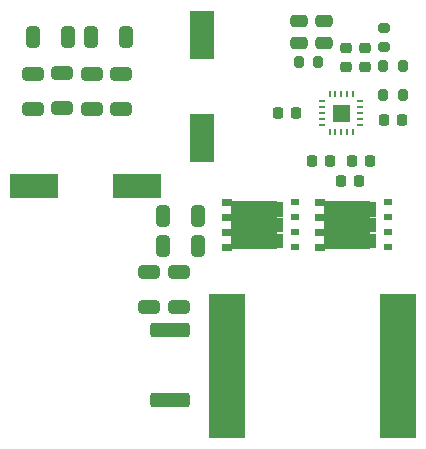
<source format=gtp>
G04 #@! TF.GenerationSoftware,KiCad,Pcbnew,(6.0.5-0)*
G04 #@! TF.CreationDate,2023-03-07T19:50:15-08:00*
G04 #@! TF.ProjectId,12V_Converter_LM5152x-Q1,3132565f-436f-46e7-9665-727465725f4c,rev?*
G04 #@! TF.SameCoordinates,Original*
G04 #@! TF.FileFunction,Paste,Top*
G04 #@! TF.FilePolarity,Positive*
%FSLAX46Y46*%
G04 Gerber Fmt 4.6, Leading zero omitted, Abs format (unit mm)*
G04 Created by KiCad (PCBNEW (6.0.5-0)) date 2023-03-07 19:50:15*
%MOMM*%
%LPD*%
G01*
G04 APERTURE LIST*
G04 Aperture macros list*
%AMRoundRect*
0 Rectangle with rounded corners*
0 $1 Rounding radius*
0 $2 $3 $4 $5 $6 $7 $8 $9 X,Y pos of 4 corners*
0 Add a 4 corners polygon primitive as box body*
4,1,4,$2,$3,$4,$5,$6,$7,$8,$9,$2,$3,0*
0 Add four circle primitives for the rounded corners*
1,1,$1+$1,$2,$3*
1,1,$1+$1,$4,$5*
1,1,$1+$1,$6,$7*
1,1,$1+$1,$8,$9*
0 Add four rect primitives between the rounded corners*
20,1,$1+$1,$2,$3,$4,$5,0*
20,1,$1+$1,$4,$5,$6,$7,0*
20,1,$1+$1,$6,$7,$8,$9,0*
20,1,$1+$1,$8,$9,$2,$3,0*%
G04 Aperture macros list end*
%ADD10C,0.100000*%
%ADD11RoundRect,0.250000X0.650000X-0.325000X0.650000X0.325000X-0.650000X0.325000X-0.650000X-0.325000X0*%
%ADD12RoundRect,0.225000X-0.225000X-0.250000X0.225000X-0.250000X0.225000X0.250000X-0.225000X0.250000X0*%
%ADD13RoundRect,0.225000X-0.250000X0.225000X-0.250000X-0.225000X0.250000X-0.225000X0.250000X0.225000X0*%
%ADD14RoundRect,0.250000X-0.650000X0.325000X-0.650000X-0.325000X0.650000X-0.325000X0.650000X0.325000X0*%
%ADD15RoundRect,0.200000X0.275000X-0.200000X0.275000X0.200000X-0.275000X0.200000X-0.275000X-0.200000X0*%
%ADD16RoundRect,0.250000X0.325000X0.650000X-0.325000X0.650000X-0.325000X-0.650000X0.325000X-0.650000X0*%
%ADD17RoundRect,0.250000X-1.425000X0.362500X-1.425000X-0.362500X1.425000X-0.362500X1.425000X0.362500X0*%
%ADD18R,2.000000X4.100000*%
%ADD19R,0.600000X0.240000*%
%ADD20R,0.240000X0.600000*%
%ADD21R,0.600000X0.239283*%
%ADD22RoundRect,0.225000X0.225000X0.250000X-0.225000X0.250000X-0.225000X-0.250000X0.225000X-0.250000X0*%
%ADD23R,0.711200X0.508000*%
%ADD24R,3.022600X12.192000*%
%ADD25RoundRect,0.200000X0.200000X0.275000X-0.200000X0.275000X-0.200000X-0.275000X0.200000X-0.275000X0*%
%ADD26RoundRect,0.250000X-0.475000X0.250000X-0.475000X-0.250000X0.475000X-0.250000X0.475000X0.250000X0*%
%ADD27R,4.100000X2.000000*%
%ADD28RoundRect,0.200000X-0.200000X-0.275000X0.200000X-0.275000X0.200000X0.275000X-0.200000X0.275000X0*%
%ADD29RoundRect,0.250000X-0.325000X-0.650000X0.325000X-0.650000X0.325000X0.650000X-0.325000X0.650000X0*%
G04 APERTURE END LIST*
G36*
X101619489Y-100146289D02*
G01*
X100259711Y-100146289D01*
X100259711Y-98786511D01*
X101619489Y-98786511D01*
X101619489Y-100146289D01*
G37*
D10*
X101619489Y-100146289D02*
X100259711Y-100146289D01*
X100259711Y-98786511D01*
X101619489Y-98786511D01*
X101619489Y-100146289D01*
G36*
X94671634Y-108137867D02*
G01*
X93593166Y-108137867D01*
X93593166Y-107008600D01*
X94671634Y-107008600D01*
X94671634Y-108137867D01*
G37*
X94671634Y-108137867D02*
X93593166Y-108137867D01*
X93593166Y-107008600D01*
X94671634Y-107008600D01*
X94671634Y-108137867D01*
G36*
X93393167Y-108137867D02*
G01*
X92314700Y-108137867D01*
X92314700Y-107008600D01*
X93393167Y-107008600D01*
X93393167Y-108137867D01*
G37*
X93393167Y-108137867D02*
X92314700Y-108137867D01*
X92314700Y-107008600D01*
X93393167Y-107008600D01*
X93393167Y-108137867D01*
G36*
X95950100Y-110796400D02*
G01*
X94871633Y-110796400D01*
X94871633Y-109667133D01*
X95950100Y-109667133D01*
X95950100Y-110796400D01*
G37*
X95950100Y-110796400D02*
X94871633Y-110796400D01*
X94871633Y-109667133D01*
X95950100Y-109667133D01*
X95950100Y-110796400D01*
G36*
X94671634Y-110796400D02*
G01*
X93593166Y-110796400D01*
X93593166Y-109667133D01*
X94671634Y-109667133D01*
X94671634Y-110796400D01*
G37*
X94671634Y-110796400D02*
X93593166Y-110796400D01*
X93593166Y-109667133D01*
X94671634Y-109667133D01*
X94671634Y-110796400D01*
G36*
X93393167Y-109467134D02*
G01*
X92314700Y-109467134D01*
X92314700Y-108337866D01*
X93393167Y-108337866D01*
X93393167Y-109467134D01*
G37*
X93393167Y-109467134D02*
X92314700Y-109467134D01*
X92314700Y-108337866D01*
X93393167Y-108337866D01*
X93393167Y-109467134D01*
G36*
X95950100Y-109467134D02*
G01*
X94871633Y-109467134D01*
X94871633Y-108337866D01*
X95950100Y-108337866D01*
X95950100Y-109467134D01*
G37*
X95950100Y-109467134D02*
X94871633Y-109467134D01*
X94871633Y-108337866D01*
X95950100Y-108337866D01*
X95950100Y-109467134D01*
G36*
X95950100Y-108137867D02*
G01*
X94871633Y-108137867D01*
X94871633Y-107008600D01*
X95950100Y-107008600D01*
X95950100Y-108137867D01*
G37*
X95950100Y-108137867D02*
X94871633Y-108137867D01*
X94871633Y-107008600D01*
X95950100Y-107008600D01*
X95950100Y-108137867D01*
G36*
X91577998Y-106908600D02*
G01*
X95413398Y-106908600D01*
X95413398Y-110896400D01*
X91577998Y-110896400D01*
X91578001Y-111061500D01*
X90866801Y-111061500D01*
X90866801Y-110553500D01*
X91578001Y-110553500D01*
X91578001Y-109791500D01*
X90866801Y-109791500D01*
X90866801Y-109283500D01*
X91578001Y-109283500D01*
X91578001Y-108521500D01*
X90866801Y-108521500D01*
X90866801Y-108013500D01*
X91578001Y-108013500D01*
X91578001Y-107251500D01*
X90866801Y-107251500D01*
X90866801Y-106743500D01*
X91578001Y-106743500D01*
X91577998Y-106908600D01*
G37*
X91577998Y-106908600D02*
X95413398Y-106908600D01*
X95413398Y-110896400D01*
X91577998Y-110896400D01*
X91578001Y-111061500D01*
X90866801Y-111061500D01*
X90866801Y-110553500D01*
X91578001Y-110553500D01*
X91578001Y-109791500D01*
X90866801Y-109791500D01*
X90866801Y-109283500D01*
X91578001Y-109283500D01*
X91578001Y-108521500D01*
X90866801Y-108521500D01*
X90866801Y-108013500D01*
X91578001Y-108013500D01*
X91578001Y-107251500D01*
X90866801Y-107251500D01*
X90866801Y-106743500D01*
X91578001Y-106743500D01*
X91577998Y-106908600D01*
G36*
X93393167Y-110796400D02*
G01*
X92314700Y-110796400D01*
X92314700Y-109667133D01*
X93393167Y-109667133D01*
X93393167Y-110796400D01*
G37*
X93393167Y-110796400D02*
X92314700Y-110796400D01*
X92314700Y-109667133D01*
X93393167Y-109667133D01*
X93393167Y-110796400D01*
G36*
X94671634Y-109467134D02*
G01*
X93593166Y-109467134D01*
X93593166Y-108337866D01*
X94671634Y-108337866D01*
X94671634Y-109467134D01*
G37*
X94671634Y-109467134D02*
X93593166Y-109467134D01*
X93593166Y-108337866D01*
X94671634Y-108337866D01*
X94671634Y-109467134D01*
G36*
X101267167Y-109473484D02*
G01*
X100188700Y-109473484D01*
X100188700Y-108344216D01*
X101267167Y-108344216D01*
X101267167Y-109473484D01*
G37*
X101267167Y-109473484D02*
X100188700Y-109473484D01*
X100188700Y-108344216D01*
X101267167Y-108344216D01*
X101267167Y-109473484D01*
G36*
X102545634Y-108144217D02*
G01*
X101467166Y-108144217D01*
X101467166Y-107014950D01*
X102545634Y-107014950D01*
X102545634Y-108144217D01*
G37*
X102545634Y-108144217D02*
X101467166Y-108144217D01*
X101467166Y-107014950D01*
X102545634Y-107014950D01*
X102545634Y-108144217D01*
G36*
X102545634Y-109473484D02*
G01*
X101467166Y-109473484D01*
X101467166Y-108344216D01*
X102545634Y-108344216D01*
X102545634Y-109473484D01*
G37*
X102545634Y-109473484D02*
X101467166Y-109473484D01*
X101467166Y-108344216D01*
X102545634Y-108344216D01*
X102545634Y-109473484D01*
G36*
X101267167Y-108144217D02*
G01*
X100188700Y-108144217D01*
X100188700Y-107014950D01*
X101267167Y-107014950D01*
X101267167Y-108144217D01*
G37*
X101267167Y-108144217D02*
X100188700Y-108144217D01*
X100188700Y-107014950D01*
X101267167Y-107014950D01*
X101267167Y-108144217D01*
G36*
X103824100Y-110802750D02*
G01*
X102745633Y-110802750D01*
X102745633Y-109673483D01*
X103824100Y-109673483D01*
X103824100Y-110802750D01*
G37*
X103824100Y-110802750D02*
X102745633Y-110802750D01*
X102745633Y-109673483D01*
X103824100Y-109673483D01*
X103824100Y-110802750D01*
G36*
X103824100Y-109473484D02*
G01*
X102745633Y-109473484D01*
X102745633Y-108344216D01*
X103824100Y-108344216D01*
X103824100Y-109473484D01*
G37*
X103824100Y-109473484D02*
X102745633Y-109473484D01*
X102745633Y-108344216D01*
X103824100Y-108344216D01*
X103824100Y-109473484D01*
G36*
X101267167Y-110802750D02*
G01*
X100188700Y-110802750D01*
X100188700Y-109673483D01*
X101267167Y-109673483D01*
X101267167Y-110802750D01*
G37*
X101267167Y-110802750D02*
X100188700Y-110802750D01*
X100188700Y-109673483D01*
X101267167Y-109673483D01*
X101267167Y-110802750D01*
G36*
X99451998Y-106914950D02*
G01*
X103287398Y-106914950D01*
X103287398Y-110902750D01*
X99451998Y-110902750D01*
X99452001Y-111067850D01*
X98740801Y-111067850D01*
X98740801Y-110559850D01*
X99452001Y-110559850D01*
X99452001Y-109797850D01*
X98740801Y-109797850D01*
X98740801Y-109289850D01*
X99452001Y-109289850D01*
X99452001Y-108527850D01*
X98740801Y-108527850D01*
X98740801Y-108019850D01*
X99452001Y-108019850D01*
X99452001Y-107257850D01*
X98740801Y-107257850D01*
X98740801Y-106749850D01*
X99452001Y-106749850D01*
X99451998Y-106914950D01*
G37*
X99451998Y-106914950D02*
X103287398Y-106914950D01*
X103287398Y-110902750D01*
X99451998Y-110902750D01*
X99452001Y-111067850D01*
X98740801Y-111067850D01*
X98740801Y-110559850D01*
X99452001Y-110559850D01*
X99452001Y-109797850D01*
X98740801Y-109797850D01*
X98740801Y-109289850D01*
X99452001Y-109289850D01*
X99452001Y-108527850D01*
X98740801Y-108527850D01*
X98740801Y-108019850D01*
X99452001Y-108019850D01*
X99452001Y-107257850D01*
X98740801Y-107257850D01*
X98740801Y-106749850D01*
X99452001Y-106749850D01*
X99451998Y-106914950D01*
G36*
X102545634Y-110802750D02*
G01*
X101467166Y-110802750D01*
X101467166Y-109673483D01*
X102545634Y-109673483D01*
X102545634Y-110802750D01*
G37*
X102545634Y-110802750D02*
X101467166Y-110802750D01*
X101467166Y-109673483D01*
X102545634Y-109673483D01*
X102545634Y-110802750D01*
G36*
X103824100Y-108144217D02*
G01*
X102745633Y-108144217D01*
X102745633Y-107014950D01*
X103824100Y-107014950D01*
X103824100Y-108144217D01*
G37*
X103824100Y-108144217D02*
X102745633Y-108144217D01*
X102745633Y-107014950D01*
X103824100Y-107014950D01*
X103824100Y-108144217D01*
D11*
X84632800Y-115870250D03*
X84632800Y-112920250D03*
D12*
X95541800Y-99466400D03*
X97091800Y-99466400D03*
D13*
X102920800Y-93967000D03*
X102920800Y-95517000D03*
D14*
X82300000Y-96125000D03*
X82300000Y-99075000D03*
D15*
X104546400Y-93890600D03*
X104546400Y-92240600D03*
D16*
X82675000Y-93000000D03*
X79725000Y-93000000D03*
D17*
X86461600Y-117833550D03*
X86461600Y-123758550D03*
D18*
X89100000Y-101550000D03*
X89100000Y-92850000D03*
D19*
X99339600Y-98466399D03*
X99339600Y-98966401D03*
X99339600Y-99466400D03*
X99339600Y-99966402D03*
X99339600Y-100466401D03*
D20*
X99939599Y-101066400D03*
X100439601Y-101066400D03*
X100939600Y-101066400D03*
X101439602Y-101066400D03*
X101939601Y-101066400D03*
D21*
X102539600Y-100466400D03*
X102539600Y-99966400D03*
D19*
X102539600Y-99466400D03*
X102539600Y-98966400D03*
X102539600Y-98466399D03*
D20*
X101939600Y-97866400D03*
X101439600Y-97866400D03*
X100939600Y-97866400D03*
X100439600Y-97866400D03*
X99939599Y-97866400D03*
D22*
X99987400Y-103530400D03*
X98437400Y-103530400D03*
D23*
X97042399Y-110807500D03*
X97042399Y-109537500D03*
X97042399Y-108267500D03*
X97042399Y-106997500D03*
X91222401Y-106997500D03*
X91222401Y-108267500D03*
X91222401Y-109537500D03*
X91222401Y-110807500D03*
D24*
X105777100Y-120900000D03*
X91222900Y-120900000D03*
D25*
X106133400Y-97891600D03*
X104483400Y-97891600D03*
D23*
X104916399Y-110813850D03*
X104916399Y-109543850D03*
X104916399Y-108273850D03*
X104916399Y-107003850D03*
X99096401Y-107003850D03*
X99096401Y-108273850D03*
X99096401Y-109543850D03*
X99096401Y-110813850D03*
D26*
X99466400Y-91658400D03*
X99466400Y-93558400D03*
D27*
X83650000Y-105600000D03*
X74950000Y-105600000D03*
D14*
X74800000Y-96125000D03*
X74800000Y-99075000D03*
D12*
X101841000Y-103530400D03*
X103391000Y-103530400D03*
D28*
X97320600Y-95148400D03*
X98970600Y-95148400D03*
D14*
X79800000Y-96125000D03*
X79800000Y-99075000D03*
D28*
X104483400Y-95453200D03*
X106133400Y-95453200D03*
D29*
X85825000Y-108200000D03*
X88775000Y-108200000D03*
D14*
X77300000Y-96100000D03*
X77300000Y-99050000D03*
D16*
X77775000Y-93000000D03*
X74825000Y-93000000D03*
D29*
X85825000Y-110700000D03*
X88775000Y-110700000D03*
D11*
X87172800Y-115870250D03*
X87172800Y-112920250D03*
D12*
X104533400Y-100025200D03*
X106083400Y-100025200D03*
D13*
X101295200Y-93967000D03*
X101295200Y-95517000D03*
D26*
X97332800Y-91658400D03*
X97332800Y-93558400D03*
D12*
X100926600Y-105206800D03*
X102476600Y-105206800D03*
M02*

</source>
